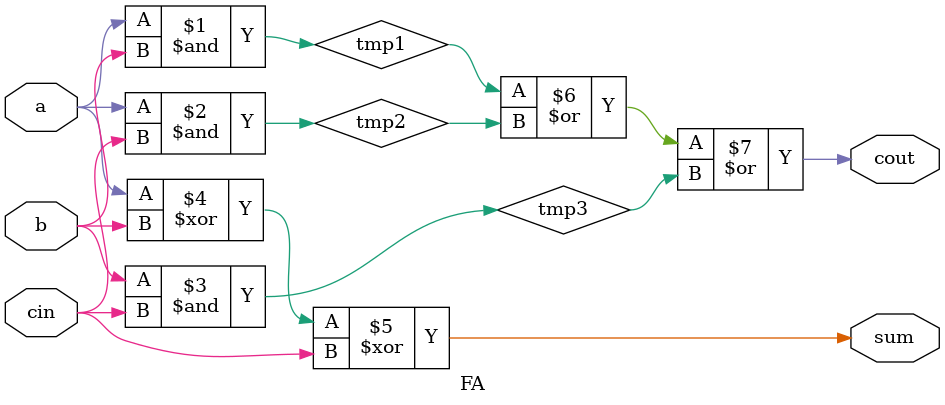
<source format=v>
module FA(a, b, cin, cout, sum);
	input a, b, cin;
	output cout, sum;

	wire tmp1, tmp2, tmp3;

	and ( tmp1, a, b );
	and ( tmp2, a, cin );
	and ( tmp3, b, cin );

	xor ( sum, a, b, cin );
	or ( cout, tmp1, tmp2, tmp3 );

endmodule

</source>
